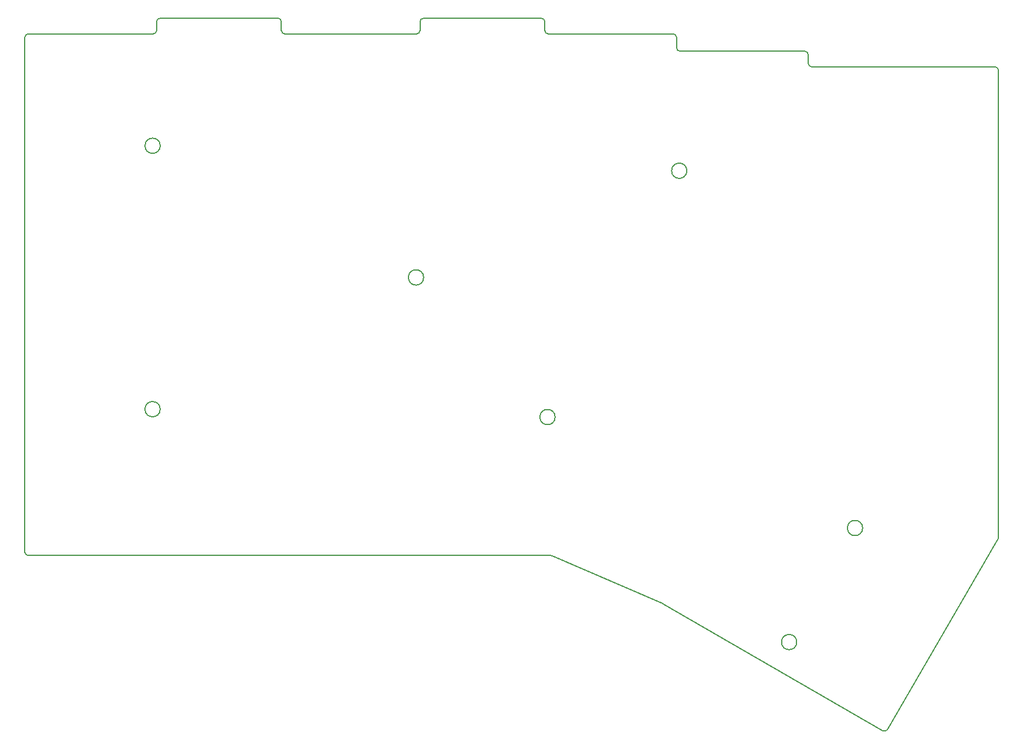
<source format=gm1>
G04 #@! TF.GenerationSoftware,KiCad,Pcbnew,8.0.8+1*
G04 #@! TF.CreationDate,2025-06-17T15:49:18+00:00*
G04 #@! TF.ProjectId,backplate,6261636b-706c-4617-9465-2e6b69636164,0.2*
G04 #@! TF.SameCoordinates,Original*
G04 #@! TF.FileFunction,Profile,NP*
%FSLAX46Y46*%
G04 Gerber Fmt 4.6, Leading zero omitted, Abs format (unit mm)*
G04 Created by KiCad (PCBNEW 8.0.8+1) date 2025-06-17 15:49:18*
%MOMM*%
%LPD*%
G01*
G04 APERTURE LIST*
G04 #@! TA.AperFunction,Profile*
%ADD10C,0.150000*%
G04 #@! TD*
G04 APERTURE END LIST*
D10*
X91081987Y-108740013D02*
X91080013Y-34490013D01*
X91580013Y-33990000D02*
X109580000Y-33990000D01*
X110080000Y-33490000D02*
X110080000Y-32238000D01*
X110580000Y-31738000D02*
X127582000Y-31738000D01*
X128082000Y-32238000D02*
X128082000Y-33490000D01*
X128582000Y-33990000D02*
X147580000Y-33990000D01*
X148080000Y-33490000D02*
X148080000Y-32238000D01*
X148580000Y-31738000D02*
X165582000Y-31738000D01*
X166082000Y-32238000D02*
X166082000Y-33490000D01*
X166582000Y-33990000D02*
X184582000Y-33990000D01*
X185082000Y-34490000D02*
X185082000Y-35988000D01*
X185582000Y-36488000D02*
X203582222Y-36488000D01*
X204082222Y-36987778D02*
X204082778Y-38240222D01*
X231198000Y-107346596D02*
X215531712Y-134311099D01*
X183165421Y-116200186D02*
X214849384Y-134492930D01*
X183113914Y-116174286D02*
X167176994Y-109281088D01*
X91581987Y-109240000D02*
X166978501Y-109240000D01*
X204582778Y-38740000D02*
X231013000Y-38740000D01*
X231513000Y-39240000D02*
X231513000Y-106667025D01*
X231446013Y-106917025D02*
X231198000Y-107346596D01*
X91080013Y-34490013D02*
G75*
G02*
X91580013Y-33990013I499987J13D01*
G01*
X110080000Y-33490000D02*
G75*
G02*
X109580000Y-33990000I-500000J0D01*
G01*
X110080000Y-32238000D02*
G75*
G02*
X110580000Y-31738000I500000J0D01*
G01*
X127582000Y-31738000D02*
G75*
G02*
X128082000Y-32238000I0J-500000D01*
G01*
X128582000Y-33990000D02*
G75*
G02*
X128082000Y-33490000I0J500000D01*
G01*
X148080000Y-33490000D02*
G75*
G02*
X147580000Y-33990000I-500000J0D01*
G01*
X148080000Y-32238000D02*
G75*
G02*
X148580000Y-31738000I500000J0D01*
G01*
X165582000Y-31738000D02*
G75*
G02*
X166082000Y-32238000I0J-500000D01*
G01*
X166582000Y-33990000D02*
G75*
G02*
X166082000Y-33490000I0J500000D01*
G01*
X184582000Y-33990000D02*
G75*
G02*
X185082000Y-34490000I0J-500000D01*
G01*
X185582000Y-36488000D02*
G75*
G02*
X185082000Y-35988000I0J500000D01*
G01*
X203582222Y-36488000D02*
G75*
G02*
X204082200Y-36987778I-22J-500000D01*
G01*
X204582778Y-38740000D02*
G75*
G02*
X204082800Y-38240222I22J500000D01*
G01*
X231013000Y-38740000D02*
G75*
G02*
X231513000Y-39240000I0J-500000D01*
G01*
X231513000Y-106667025D02*
G75*
G02*
X231446002Y-106917019I-500000J25D01*
G01*
X215531712Y-134311099D02*
G75*
G02*
X214849398Y-134492905I-432312J251199D01*
G01*
X183113914Y-116174286D02*
G75*
G02*
X183165420Y-116200188I-198514J-458914D01*
G01*
X166978501Y-109240000D02*
G75*
G02*
X167176994Y-109281088I-1J-500000D01*
G01*
X91581987Y-109240000D02*
G75*
G02*
X91082000Y-108740013I13J500000D01*
G01*
X110600000Y-50125000D02*
G75*
G02*
X108400000Y-50125000I-1100000J0D01*
G01*
X108400000Y-50125000D02*
G75*
G02*
X110600000Y-50125000I1100000J0D01*
G01*
X110600000Y-88125000D02*
G75*
G02*
X108400000Y-88125000I-1100000J0D01*
G01*
X108400000Y-88125000D02*
G75*
G02*
X110600000Y-88125000I1100000J0D01*
G01*
X186568000Y-53736000D02*
G75*
G02*
X184368000Y-53736000I-1100000J0D01*
G01*
X184368000Y-53736000D02*
G75*
G02*
X186568000Y-53736000I1100000J0D01*
G01*
X148600000Y-69125000D02*
G75*
G02*
X146400000Y-69125000I-1100000J0D01*
G01*
X146400000Y-69125000D02*
G75*
G02*
X148600000Y-69125000I1100000J0D01*
G01*
X167568000Y-89261000D02*
G75*
G02*
X165368000Y-89261000I-1100000J0D01*
G01*
X165368000Y-89261000D02*
G75*
G02*
X167568000Y-89261000I1100000J0D01*
G01*
X211927241Y-105262759D02*
G75*
G02*
X209727241Y-105262759I-1100000J0D01*
G01*
X209727241Y-105262759D02*
G75*
G02*
X211927241Y-105262759I1100000J0D01*
G01*
X202427241Y-121717241D02*
G75*
G02*
X200227241Y-121717241I-1100000J0D01*
G01*
X200227241Y-121717241D02*
G75*
G02*
X202427241Y-121717241I1100000J0D01*
G01*
M02*

</source>
